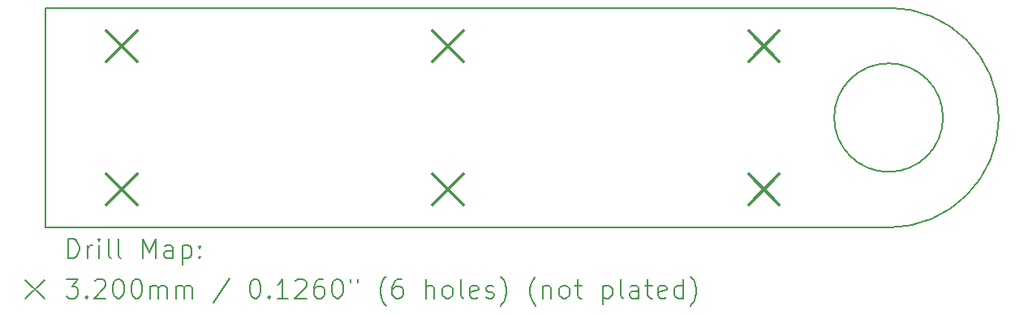
<source format=gbr>
%TF.GenerationSoftware,KiCad,Pcbnew,7.0.1*%
%TF.CreationDate,2023-05-15T14:11:47-06:00*%
%TF.ProjectId,H-field_RF_probe,482d6669-656c-4645-9f52-465f70726f62,rev?*%
%TF.SameCoordinates,Original*%
%TF.FileFunction,Drillmap*%
%TF.FilePolarity,Positive*%
%FSLAX45Y45*%
G04 Gerber Fmt 4.5, Leading zero omitted, Abs format (unit mm)*
G04 Created by KiCad (PCBNEW 7.0.1) date 2023-05-15 14:11:47*
%MOMM*%
%LPD*%
G01*
G04 APERTURE LIST*
%ADD10C,0.150000*%
%ADD11C,0.200000*%
%ADD12C,0.320000*%
G04 APERTURE END LIST*
D10*
X18800000Y-5400000D02*
X10000000Y-5400000D01*
X19367961Y-6550000D02*
G75*
G03*
X19367961Y-6550000I-567961J0D01*
G01*
X18800000Y-7700000D02*
G75*
G03*
X18800000Y-5400000I0J1150000D01*
G01*
X18800000Y-7700000D02*
X10000000Y-7700000D01*
X10000000Y-7700000D02*
X10000000Y-5400000D01*
D11*
D12*
X10640000Y-5640000D02*
X10960000Y-5960000D01*
X10960000Y-5640000D02*
X10640000Y-5960000D01*
X10640000Y-7140000D02*
X10960000Y-7460000D01*
X10960000Y-7140000D02*
X10640000Y-7460000D01*
X14040000Y-5640000D02*
X14360000Y-5960000D01*
X14360000Y-5640000D02*
X14040000Y-5960000D01*
X14040000Y-7140000D02*
X14360000Y-7460000D01*
X14360000Y-7140000D02*
X14040000Y-7460000D01*
X17340000Y-5640000D02*
X17660000Y-5960000D01*
X17660000Y-5640000D02*
X17340000Y-5960000D01*
X17340000Y-7140000D02*
X17660000Y-7460000D01*
X17660000Y-7140000D02*
X17340000Y-7460000D01*
D11*
X10240119Y-8020024D02*
X10240119Y-7820024D01*
X10240119Y-7820024D02*
X10287738Y-7820024D01*
X10287738Y-7820024D02*
X10316310Y-7829548D01*
X10316310Y-7829548D02*
X10335357Y-7848595D01*
X10335357Y-7848595D02*
X10344881Y-7867643D01*
X10344881Y-7867643D02*
X10354405Y-7905738D01*
X10354405Y-7905738D02*
X10354405Y-7934309D01*
X10354405Y-7934309D02*
X10344881Y-7972405D01*
X10344881Y-7972405D02*
X10335357Y-7991452D01*
X10335357Y-7991452D02*
X10316310Y-8010500D01*
X10316310Y-8010500D02*
X10287738Y-8020024D01*
X10287738Y-8020024D02*
X10240119Y-8020024D01*
X10440119Y-8020024D02*
X10440119Y-7886690D01*
X10440119Y-7924786D02*
X10449643Y-7905738D01*
X10449643Y-7905738D02*
X10459167Y-7896214D01*
X10459167Y-7896214D02*
X10478214Y-7886690D01*
X10478214Y-7886690D02*
X10497262Y-7886690D01*
X10563929Y-8020024D02*
X10563929Y-7886690D01*
X10563929Y-7820024D02*
X10554405Y-7829548D01*
X10554405Y-7829548D02*
X10563929Y-7839071D01*
X10563929Y-7839071D02*
X10573452Y-7829548D01*
X10573452Y-7829548D02*
X10563929Y-7820024D01*
X10563929Y-7820024D02*
X10563929Y-7839071D01*
X10687738Y-8020024D02*
X10668690Y-8010500D01*
X10668690Y-8010500D02*
X10659167Y-7991452D01*
X10659167Y-7991452D02*
X10659167Y-7820024D01*
X10792500Y-8020024D02*
X10773452Y-8010500D01*
X10773452Y-8010500D02*
X10763929Y-7991452D01*
X10763929Y-7991452D02*
X10763929Y-7820024D01*
X11021071Y-8020024D02*
X11021071Y-7820024D01*
X11021071Y-7820024D02*
X11087738Y-7962881D01*
X11087738Y-7962881D02*
X11154405Y-7820024D01*
X11154405Y-7820024D02*
X11154405Y-8020024D01*
X11335357Y-8020024D02*
X11335357Y-7915262D01*
X11335357Y-7915262D02*
X11325833Y-7896214D01*
X11325833Y-7896214D02*
X11306786Y-7886690D01*
X11306786Y-7886690D02*
X11268690Y-7886690D01*
X11268690Y-7886690D02*
X11249643Y-7896214D01*
X11335357Y-8010500D02*
X11316309Y-8020024D01*
X11316309Y-8020024D02*
X11268690Y-8020024D01*
X11268690Y-8020024D02*
X11249643Y-8010500D01*
X11249643Y-8010500D02*
X11240119Y-7991452D01*
X11240119Y-7991452D02*
X11240119Y-7972405D01*
X11240119Y-7972405D02*
X11249643Y-7953357D01*
X11249643Y-7953357D02*
X11268690Y-7943833D01*
X11268690Y-7943833D02*
X11316309Y-7943833D01*
X11316309Y-7943833D02*
X11335357Y-7934309D01*
X11430595Y-7886690D02*
X11430595Y-8086690D01*
X11430595Y-7896214D02*
X11449643Y-7886690D01*
X11449643Y-7886690D02*
X11487738Y-7886690D01*
X11487738Y-7886690D02*
X11506786Y-7896214D01*
X11506786Y-7896214D02*
X11516309Y-7905738D01*
X11516309Y-7905738D02*
X11525833Y-7924786D01*
X11525833Y-7924786D02*
X11525833Y-7981928D01*
X11525833Y-7981928D02*
X11516309Y-8000976D01*
X11516309Y-8000976D02*
X11506786Y-8010500D01*
X11506786Y-8010500D02*
X11487738Y-8020024D01*
X11487738Y-8020024D02*
X11449643Y-8020024D01*
X11449643Y-8020024D02*
X11430595Y-8010500D01*
X11611548Y-8000976D02*
X11621071Y-8010500D01*
X11621071Y-8010500D02*
X11611548Y-8020024D01*
X11611548Y-8020024D02*
X11602024Y-8010500D01*
X11602024Y-8010500D02*
X11611548Y-8000976D01*
X11611548Y-8000976D02*
X11611548Y-8020024D01*
X11611548Y-7896214D02*
X11621071Y-7905738D01*
X11621071Y-7905738D02*
X11611548Y-7915262D01*
X11611548Y-7915262D02*
X11602024Y-7905738D01*
X11602024Y-7905738D02*
X11611548Y-7896214D01*
X11611548Y-7896214D02*
X11611548Y-7915262D01*
X9792500Y-8247500D02*
X9992500Y-8447500D01*
X9992500Y-8247500D02*
X9792500Y-8447500D01*
X10221071Y-8240024D02*
X10344881Y-8240024D01*
X10344881Y-8240024D02*
X10278214Y-8316214D01*
X10278214Y-8316214D02*
X10306786Y-8316214D01*
X10306786Y-8316214D02*
X10325833Y-8325738D01*
X10325833Y-8325738D02*
X10335357Y-8335262D01*
X10335357Y-8335262D02*
X10344881Y-8354309D01*
X10344881Y-8354309D02*
X10344881Y-8401929D01*
X10344881Y-8401929D02*
X10335357Y-8420976D01*
X10335357Y-8420976D02*
X10325833Y-8430500D01*
X10325833Y-8430500D02*
X10306786Y-8440024D01*
X10306786Y-8440024D02*
X10249643Y-8440024D01*
X10249643Y-8440024D02*
X10230595Y-8430500D01*
X10230595Y-8430500D02*
X10221071Y-8420976D01*
X10430595Y-8420976D02*
X10440119Y-8430500D01*
X10440119Y-8430500D02*
X10430595Y-8440024D01*
X10430595Y-8440024D02*
X10421071Y-8430500D01*
X10421071Y-8430500D02*
X10430595Y-8420976D01*
X10430595Y-8420976D02*
X10430595Y-8440024D01*
X10516310Y-8259071D02*
X10525833Y-8249548D01*
X10525833Y-8249548D02*
X10544881Y-8240024D01*
X10544881Y-8240024D02*
X10592500Y-8240024D01*
X10592500Y-8240024D02*
X10611548Y-8249548D01*
X10611548Y-8249548D02*
X10621071Y-8259071D01*
X10621071Y-8259071D02*
X10630595Y-8278119D01*
X10630595Y-8278119D02*
X10630595Y-8297167D01*
X10630595Y-8297167D02*
X10621071Y-8325738D01*
X10621071Y-8325738D02*
X10506786Y-8440024D01*
X10506786Y-8440024D02*
X10630595Y-8440024D01*
X10754405Y-8240024D02*
X10773452Y-8240024D01*
X10773452Y-8240024D02*
X10792500Y-8249548D01*
X10792500Y-8249548D02*
X10802024Y-8259071D01*
X10802024Y-8259071D02*
X10811548Y-8278119D01*
X10811548Y-8278119D02*
X10821071Y-8316214D01*
X10821071Y-8316214D02*
X10821071Y-8363833D01*
X10821071Y-8363833D02*
X10811548Y-8401929D01*
X10811548Y-8401929D02*
X10802024Y-8420976D01*
X10802024Y-8420976D02*
X10792500Y-8430500D01*
X10792500Y-8430500D02*
X10773452Y-8440024D01*
X10773452Y-8440024D02*
X10754405Y-8440024D01*
X10754405Y-8440024D02*
X10735357Y-8430500D01*
X10735357Y-8430500D02*
X10725833Y-8420976D01*
X10725833Y-8420976D02*
X10716310Y-8401929D01*
X10716310Y-8401929D02*
X10706786Y-8363833D01*
X10706786Y-8363833D02*
X10706786Y-8316214D01*
X10706786Y-8316214D02*
X10716310Y-8278119D01*
X10716310Y-8278119D02*
X10725833Y-8259071D01*
X10725833Y-8259071D02*
X10735357Y-8249548D01*
X10735357Y-8249548D02*
X10754405Y-8240024D01*
X10944881Y-8240024D02*
X10963929Y-8240024D01*
X10963929Y-8240024D02*
X10982976Y-8249548D01*
X10982976Y-8249548D02*
X10992500Y-8259071D01*
X10992500Y-8259071D02*
X11002024Y-8278119D01*
X11002024Y-8278119D02*
X11011548Y-8316214D01*
X11011548Y-8316214D02*
X11011548Y-8363833D01*
X11011548Y-8363833D02*
X11002024Y-8401929D01*
X11002024Y-8401929D02*
X10992500Y-8420976D01*
X10992500Y-8420976D02*
X10982976Y-8430500D01*
X10982976Y-8430500D02*
X10963929Y-8440024D01*
X10963929Y-8440024D02*
X10944881Y-8440024D01*
X10944881Y-8440024D02*
X10925833Y-8430500D01*
X10925833Y-8430500D02*
X10916310Y-8420976D01*
X10916310Y-8420976D02*
X10906786Y-8401929D01*
X10906786Y-8401929D02*
X10897262Y-8363833D01*
X10897262Y-8363833D02*
X10897262Y-8316214D01*
X10897262Y-8316214D02*
X10906786Y-8278119D01*
X10906786Y-8278119D02*
X10916310Y-8259071D01*
X10916310Y-8259071D02*
X10925833Y-8249548D01*
X10925833Y-8249548D02*
X10944881Y-8240024D01*
X11097262Y-8440024D02*
X11097262Y-8306690D01*
X11097262Y-8325738D02*
X11106786Y-8316214D01*
X11106786Y-8316214D02*
X11125833Y-8306690D01*
X11125833Y-8306690D02*
X11154405Y-8306690D01*
X11154405Y-8306690D02*
X11173452Y-8316214D01*
X11173452Y-8316214D02*
X11182976Y-8335262D01*
X11182976Y-8335262D02*
X11182976Y-8440024D01*
X11182976Y-8335262D02*
X11192500Y-8316214D01*
X11192500Y-8316214D02*
X11211548Y-8306690D01*
X11211548Y-8306690D02*
X11240119Y-8306690D01*
X11240119Y-8306690D02*
X11259167Y-8316214D01*
X11259167Y-8316214D02*
X11268690Y-8335262D01*
X11268690Y-8335262D02*
X11268690Y-8440024D01*
X11363929Y-8440024D02*
X11363929Y-8306690D01*
X11363929Y-8325738D02*
X11373452Y-8316214D01*
X11373452Y-8316214D02*
X11392500Y-8306690D01*
X11392500Y-8306690D02*
X11421071Y-8306690D01*
X11421071Y-8306690D02*
X11440119Y-8316214D01*
X11440119Y-8316214D02*
X11449643Y-8335262D01*
X11449643Y-8335262D02*
X11449643Y-8440024D01*
X11449643Y-8335262D02*
X11459167Y-8316214D01*
X11459167Y-8316214D02*
X11478214Y-8306690D01*
X11478214Y-8306690D02*
X11506786Y-8306690D01*
X11506786Y-8306690D02*
X11525833Y-8316214D01*
X11525833Y-8316214D02*
X11535357Y-8335262D01*
X11535357Y-8335262D02*
X11535357Y-8440024D01*
X11925833Y-8230500D02*
X11754405Y-8487643D01*
X12182976Y-8240024D02*
X12202024Y-8240024D01*
X12202024Y-8240024D02*
X12221072Y-8249548D01*
X12221072Y-8249548D02*
X12230595Y-8259071D01*
X12230595Y-8259071D02*
X12240119Y-8278119D01*
X12240119Y-8278119D02*
X12249643Y-8316214D01*
X12249643Y-8316214D02*
X12249643Y-8363833D01*
X12249643Y-8363833D02*
X12240119Y-8401929D01*
X12240119Y-8401929D02*
X12230595Y-8420976D01*
X12230595Y-8420976D02*
X12221072Y-8430500D01*
X12221072Y-8430500D02*
X12202024Y-8440024D01*
X12202024Y-8440024D02*
X12182976Y-8440024D01*
X12182976Y-8440024D02*
X12163929Y-8430500D01*
X12163929Y-8430500D02*
X12154405Y-8420976D01*
X12154405Y-8420976D02*
X12144881Y-8401929D01*
X12144881Y-8401929D02*
X12135357Y-8363833D01*
X12135357Y-8363833D02*
X12135357Y-8316214D01*
X12135357Y-8316214D02*
X12144881Y-8278119D01*
X12144881Y-8278119D02*
X12154405Y-8259071D01*
X12154405Y-8259071D02*
X12163929Y-8249548D01*
X12163929Y-8249548D02*
X12182976Y-8240024D01*
X12335357Y-8420976D02*
X12344881Y-8430500D01*
X12344881Y-8430500D02*
X12335357Y-8440024D01*
X12335357Y-8440024D02*
X12325833Y-8430500D01*
X12325833Y-8430500D02*
X12335357Y-8420976D01*
X12335357Y-8420976D02*
X12335357Y-8440024D01*
X12535357Y-8440024D02*
X12421072Y-8440024D01*
X12478214Y-8440024D02*
X12478214Y-8240024D01*
X12478214Y-8240024D02*
X12459167Y-8268595D01*
X12459167Y-8268595D02*
X12440119Y-8287643D01*
X12440119Y-8287643D02*
X12421072Y-8297167D01*
X12611548Y-8259071D02*
X12621072Y-8249548D01*
X12621072Y-8249548D02*
X12640119Y-8240024D01*
X12640119Y-8240024D02*
X12687738Y-8240024D01*
X12687738Y-8240024D02*
X12706786Y-8249548D01*
X12706786Y-8249548D02*
X12716310Y-8259071D01*
X12716310Y-8259071D02*
X12725833Y-8278119D01*
X12725833Y-8278119D02*
X12725833Y-8297167D01*
X12725833Y-8297167D02*
X12716310Y-8325738D01*
X12716310Y-8325738D02*
X12602024Y-8440024D01*
X12602024Y-8440024D02*
X12725833Y-8440024D01*
X12897262Y-8240024D02*
X12859167Y-8240024D01*
X12859167Y-8240024D02*
X12840119Y-8249548D01*
X12840119Y-8249548D02*
X12830595Y-8259071D01*
X12830595Y-8259071D02*
X12811548Y-8287643D01*
X12811548Y-8287643D02*
X12802024Y-8325738D01*
X12802024Y-8325738D02*
X12802024Y-8401929D01*
X12802024Y-8401929D02*
X12811548Y-8420976D01*
X12811548Y-8420976D02*
X12821072Y-8430500D01*
X12821072Y-8430500D02*
X12840119Y-8440024D01*
X12840119Y-8440024D02*
X12878214Y-8440024D01*
X12878214Y-8440024D02*
X12897262Y-8430500D01*
X12897262Y-8430500D02*
X12906786Y-8420976D01*
X12906786Y-8420976D02*
X12916310Y-8401929D01*
X12916310Y-8401929D02*
X12916310Y-8354309D01*
X12916310Y-8354309D02*
X12906786Y-8335262D01*
X12906786Y-8335262D02*
X12897262Y-8325738D01*
X12897262Y-8325738D02*
X12878214Y-8316214D01*
X12878214Y-8316214D02*
X12840119Y-8316214D01*
X12840119Y-8316214D02*
X12821072Y-8325738D01*
X12821072Y-8325738D02*
X12811548Y-8335262D01*
X12811548Y-8335262D02*
X12802024Y-8354309D01*
X13040119Y-8240024D02*
X13059167Y-8240024D01*
X13059167Y-8240024D02*
X13078214Y-8249548D01*
X13078214Y-8249548D02*
X13087738Y-8259071D01*
X13087738Y-8259071D02*
X13097262Y-8278119D01*
X13097262Y-8278119D02*
X13106786Y-8316214D01*
X13106786Y-8316214D02*
X13106786Y-8363833D01*
X13106786Y-8363833D02*
X13097262Y-8401929D01*
X13097262Y-8401929D02*
X13087738Y-8420976D01*
X13087738Y-8420976D02*
X13078214Y-8430500D01*
X13078214Y-8430500D02*
X13059167Y-8440024D01*
X13059167Y-8440024D02*
X13040119Y-8440024D01*
X13040119Y-8440024D02*
X13021072Y-8430500D01*
X13021072Y-8430500D02*
X13011548Y-8420976D01*
X13011548Y-8420976D02*
X13002024Y-8401929D01*
X13002024Y-8401929D02*
X12992500Y-8363833D01*
X12992500Y-8363833D02*
X12992500Y-8316214D01*
X12992500Y-8316214D02*
X13002024Y-8278119D01*
X13002024Y-8278119D02*
X13011548Y-8259071D01*
X13011548Y-8259071D02*
X13021072Y-8249548D01*
X13021072Y-8249548D02*
X13040119Y-8240024D01*
X13182976Y-8240024D02*
X13182976Y-8278119D01*
X13259167Y-8240024D02*
X13259167Y-8278119D01*
X13554405Y-8516214D02*
X13544881Y-8506690D01*
X13544881Y-8506690D02*
X13525834Y-8478119D01*
X13525834Y-8478119D02*
X13516310Y-8459071D01*
X13516310Y-8459071D02*
X13506786Y-8430500D01*
X13506786Y-8430500D02*
X13497262Y-8382881D01*
X13497262Y-8382881D02*
X13497262Y-8344786D01*
X13497262Y-8344786D02*
X13506786Y-8297167D01*
X13506786Y-8297167D02*
X13516310Y-8268595D01*
X13516310Y-8268595D02*
X13525834Y-8249548D01*
X13525834Y-8249548D02*
X13544881Y-8220976D01*
X13544881Y-8220976D02*
X13554405Y-8211452D01*
X13716310Y-8240024D02*
X13678214Y-8240024D01*
X13678214Y-8240024D02*
X13659167Y-8249548D01*
X13659167Y-8249548D02*
X13649643Y-8259071D01*
X13649643Y-8259071D02*
X13630595Y-8287643D01*
X13630595Y-8287643D02*
X13621072Y-8325738D01*
X13621072Y-8325738D02*
X13621072Y-8401929D01*
X13621072Y-8401929D02*
X13630595Y-8420976D01*
X13630595Y-8420976D02*
X13640119Y-8430500D01*
X13640119Y-8430500D02*
X13659167Y-8440024D01*
X13659167Y-8440024D02*
X13697262Y-8440024D01*
X13697262Y-8440024D02*
X13716310Y-8430500D01*
X13716310Y-8430500D02*
X13725834Y-8420976D01*
X13725834Y-8420976D02*
X13735357Y-8401929D01*
X13735357Y-8401929D02*
X13735357Y-8354309D01*
X13735357Y-8354309D02*
X13725834Y-8335262D01*
X13725834Y-8335262D02*
X13716310Y-8325738D01*
X13716310Y-8325738D02*
X13697262Y-8316214D01*
X13697262Y-8316214D02*
X13659167Y-8316214D01*
X13659167Y-8316214D02*
X13640119Y-8325738D01*
X13640119Y-8325738D02*
X13630595Y-8335262D01*
X13630595Y-8335262D02*
X13621072Y-8354309D01*
X13973453Y-8440024D02*
X13973453Y-8240024D01*
X14059167Y-8440024D02*
X14059167Y-8335262D01*
X14059167Y-8335262D02*
X14049643Y-8316214D01*
X14049643Y-8316214D02*
X14030596Y-8306690D01*
X14030596Y-8306690D02*
X14002024Y-8306690D01*
X14002024Y-8306690D02*
X13982976Y-8316214D01*
X13982976Y-8316214D02*
X13973453Y-8325738D01*
X14182976Y-8440024D02*
X14163929Y-8430500D01*
X14163929Y-8430500D02*
X14154405Y-8420976D01*
X14154405Y-8420976D02*
X14144881Y-8401929D01*
X14144881Y-8401929D02*
X14144881Y-8344786D01*
X14144881Y-8344786D02*
X14154405Y-8325738D01*
X14154405Y-8325738D02*
X14163929Y-8316214D01*
X14163929Y-8316214D02*
X14182976Y-8306690D01*
X14182976Y-8306690D02*
X14211548Y-8306690D01*
X14211548Y-8306690D02*
X14230596Y-8316214D01*
X14230596Y-8316214D02*
X14240119Y-8325738D01*
X14240119Y-8325738D02*
X14249643Y-8344786D01*
X14249643Y-8344786D02*
X14249643Y-8401929D01*
X14249643Y-8401929D02*
X14240119Y-8420976D01*
X14240119Y-8420976D02*
X14230596Y-8430500D01*
X14230596Y-8430500D02*
X14211548Y-8440024D01*
X14211548Y-8440024D02*
X14182976Y-8440024D01*
X14363929Y-8440024D02*
X14344881Y-8430500D01*
X14344881Y-8430500D02*
X14335357Y-8411452D01*
X14335357Y-8411452D02*
X14335357Y-8240024D01*
X14516310Y-8430500D02*
X14497262Y-8440024D01*
X14497262Y-8440024D02*
X14459167Y-8440024D01*
X14459167Y-8440024D02*
X14440119Y-8430500D01*
X14440119Y-8430500D02*
X14430596Y-8411452D01*
X14430596Y-8411452D02*
X14430596Y-8335262D01*
X14430596Y-8335262D02*
X14440119Y-8316214D01*
X14440119Y-8316214D02*
X14459167Y-8306690D01*
X14459167Y-8306690D02*
X14497262Y-8306690D01*
X14497262Y-8306690D02*
X14516310Y-8316214D01*
X14516310Y-8316214D02*
X14525834Y-8335262D01*
X14525834Y-8335262D02*
X14525834Y-8354309D01*
X14525834Y-8354309D02*
X14430596Y-8373357D01*
X14602024Y-8430500D02*
X14621072Y-8440024D01*
X14621072Y-8440024D02*
X14659167Y-8440024D01*
X14659167Y-8440024D02*
X14678215Y-8430500D01*
X14678215Y-8430500D02*
X14687738Y-8411452D01*
X14687738Y-8411452D02*
X14687738Y-8401929D01*
X14687738Y-8401929D02*
X14678215Y-8382881D01*
X14678215Y-8382881D02*
X14659167Y-8373357D01*
X14659167Y-8373357D02*
X14630596Y-8373357D01*
X14630596Y-8373357D02*
X14611548Y-8363833D01*
X14611548Y-8363833D02*
X14602024Y-8344786D01*
X14602024Y-8344786D02*
X14602024Y-8335262D01*
X14602024Y-8335262D02*
X14611548Y-8316214D01*
X14611548Y-8316214D02*
X14630596Y-8306690D01*
X14630596Y-8306690D02*
X14659167Y-8306690D01*
X14659167Y-8306690D02*
X14678215Y-8316214D01*
X14754405Y-8516214D02*
X14763929Y-8506690D01*
X14763929Y-8506690D02*
X14782977Y-8478119D01*
X14782977Y-8478119D02*
X14792500Y-8459071D01*
X14792500Y-8459071D02*
X14802024Y-8430500D01*
X14802024Y-8430500D02*
X14811548Y-8382881D01*
X14811548Y-8382881D02*
X14811548Y-8344786D01*
X14811548Y-8344786D02*
X14802024Y-8297167D01*
X14802024Y-8297167D02*
X14792500Y-8268595D01*
X14792500Y-8268595D02*
X14782977Y-8249548D01*
X14782977Y-8249548D02*
X14763929Y-8220976D01*
X14763929Y-8220976D02*
X14754405Y-8211452D01*
X15116310Y-8516214D02*
X15106786Y-8506690D01*
X15106786Y-8506690D02*
X15087738Y-8478119D01*
X15087738Y-8478119D02*
X15078215Y-8459071D01*
X15078215Y-8459071D02*
X15068691Y-8430500D01*
X15068691Y-8430500D02*
X15059167Y-8382881D01*
X15059167Y-8382881D02*
X15059167Y-8344786D01*
X15059167Y-8344786D02*
X15068691Y-8297167D01*
X15068691Y-8297167D02*
X15078215Y-8268595D01*
X15078215Y-8268595D02*
X15087738Y-8249548D01*
X15087738Y-8249548D02*
X15106786Y-8220976D01*
X15106786Y-8220976D02*
X15116310Y-8211452D01*
X15192500Y-8306690D02*
X15192500Y-8440024D01*
X15192500Y-8325738D02*
X15202024Y-8316214D01*
X15202024Y-8316214D02*
X15221072Y-8306690D01*
X15221072Y-8306690D02*
X15249643Y-8306690D01*
X15249643Y-8306690D02*
X15268691Y-8316214D01*
X15268691Y-8316214D02*
X15278215Y-8335262D01*
X15278215Y-8335262D02*
X15278215Y-8440024D01*
X15402024Y-8440024D02*
X15382977Y-8430500D01*
X15382977Y-8430500D02*
X15373453Y-8420976D01*
X15373453Y-8420976D02*
X15363929Y-8401929D01*
X15363929Y-8401929D02*
X15363929Y-8344786D01*
X15363929Y-8344786D02*
X15373453Y-8325738D01*
X15373453Y-8325738D02*
X15382977Y-8316214D01*
X15382977Y-8316214D02*
X15402024Y-8306690D01*
X15402024Y-8306690D02*
X15430596Y-8306690D01*
X15430596Y-8306690D02*
X15449643Y-8316214D01*
X15449643Y-8316214D02*
X15459167Y-8325738D01*
X15459167Y-8325738D02*
X15468691Y-8344786D01*
X15468691Y-8344786D02*
X15468691Y-8401929D01*
X15468691Y-8401929D02*
X15459167Y-8420976D01*
X15459167Y-8420976D02*
X15449643Y-8430500D01*
X15449643Y-8430500D02*
X15430596Y-8440024D01*
X15430596Y-8440024D02*
X15402024Y-8440024D01*
X15525834Y-8306690D02*
X15602024Y-8306690D01*
X15554405Y-8240024D02*
X15554405Y-8411452D01*
X15554405Y-8411452D02*
X15563929Y-8430500D01*
X15563929Y-8430500D02*
X15582977Y-8440024D01*
X15582977Y-8440024D02*
X15602024Y-8440024D01*
X15821072Y-8306690D02*
X15821072Y-8506690D01*
X15821072Y-8316214D02*
X15840119Y-8306690D01*
X15840119Y-8306690D02*
X15878215Y-8306690D01*
X15878215Y-8306690D02*
X15897262Y-8316214D01*
X15897262Y-8316214D02*
X15906786Y-8325738D01*
X15906786Y-8325738D02*
X15916310Y-8344786D01*
X15916310Y-8344786D02*
X15916310Y-8401929D01*
X15916310Y-8401929D02*
X15906786Y-8420976D01*
X15906786Y-8420976D02*
X15897262Y-8430500D01*
X15897262Y-8430500D02*
X15878215Y-8440024D01*
X15878215Y-8440024D02*
X15840119Y-8440024D01*
X15840119Y-8440024D02*
X15821072Y-8430500D01*
X16030596Y-8440024D02*
X16011548Y-8430500D01*
X16011548Y-8430500D02*
X16002024Y-8411452D01*
X16002024Y-8411452D02*
X16002024Y-8240024D01*
X16192500Y-8440024D02*
X16192500Y-8335262D01*
X16192500Y-8335262D02*
X16182977Y-8316214D01*
X16182977Y-8316214D02*
X16163929Y-8306690D01*
X16163929Y-8306690D02*
X16125834Y-8306690D01*
X16125834Y-8306690D02*
X16106786Y-8316214D01*
X16192500Y-8430500D02*
X16173453Y-8440024D01*
X16173453Y-8440024D02*
X16125834Y-8440024D01*
X16125834Y-8440024D02*
X16106786Y-8430500D01*
X16106786Y-8430500D02*
X16097262Y-8411452D01*
X16097262Y-8411452D02*
X16097262Y-8392405D01*
X16097262Y-8392405D02*
X16106786Y-8373357D01*
X16106786Y-8373357D02*
X16125834Y-8363833D01*
X16125834Y-8363833D02*
X16173453Y-8363833D01*
X16173453Y-8363833D02*
X16192500Y-8354309D01*
X16259167Y-8306690D02*
X16335358Y-8306690D01*
X16287739Y-8240024D02*
X16287739Y-8411452D01*
X16287739Y-8411452D02*
X16297262Y-8430500D01*
X16297262Y-8430500D02*
X16316310Y-8440024D01*
X16316310Y-8440024D02*
X16335358Y-8440024D01*
X16478215Y-8430500D02*
X16459167Y-8440024D01*
X16459167Y-8440024D02*
X16421072Y-8440024D01*
X16421072Y-8440024D02*
X16402024Y-8430500D01*
X16402024Y-8430500D02*
X16392500Y-8411452D01*
X16392500Y-8411452D02*
X16392500Y-8335262D01*
X16392500Y-8335262D02*
X16402024Y-8316214D01*
X16402024Y-8316214D02*
X16421072Y-8306690D01*
X16421072Y-8306690D02*
X16459167Y-8306690D01*
X16459167Y-8306690D02*
X16478215Y-8316214D01*
X16478215Y-8316214D02*
X16487739Y-8335262D01*
X16487739Y-8335262D02*
X16487739Y-8354309D01*
X16487739Y-8354309D02*
X16392500Y-8373357D01*
X16659167Y-8440024D02*
X16659167Y-8240024D01*
X16659167Y-8430500D02*
X16640120Y-8440024D01*
X16640120Y-8440024D02*
X16602024Y-8440024D01*
X16602024Y-8440024D02*
X16582977Y-8430500D01*
X16582977Y-8430500D02*
X16573453Y-8420976D01*
X16573453Y-8420976D02*
X16563929Y-8401929D01*
X16563929Y-8401929D02*
X16563929Y-8344786D01*
X16563929Y-8344786D02*
X16573453Y-8325738D01*
X16573453Y-8325738D02*
X16582977Y-8316214D01*
X16582977Y-8316214D02*
X16602024Y-8306690D01*
X16602024Y-8306690D02*
X16640120Y-8306690D01*
X16640120Y-8306690D02*
X16659167Y-8316214D01*
X16735358Y-8516214D02*
X16744881Y-8506690D01*
X16744881Y-8506690D02*
X16763929Y-8478119D01*
X16763929Y-8478119D02*
X16773453Y-8459071D01*
X16773453Y-8459071D02*
X16782977Y-8430500D01*
X16782977Y-8430500D02*
X16792501Y-8382881D01*
X16792501Y-8382881D02*
X16792501Y-8344786D01*
X16792501Y-8344786D02*
X16782977Y-8297167D01*
X16782977Y-8297167D02*
X16773453Y-8268595D01*
X16773453Y-8268595D02*
X16763929Y-8249548D01*
X16763929Y-8249548D02*
X16744881Y-8220976D01*
X16744881Y-8220976D02*
X16735358Y-8211452D01*
M02*

</source>
